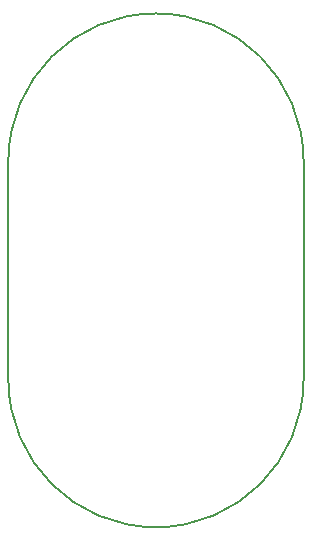
<source format=gm1>
G04 #@! TF.GenerationSoftware,KiCad,Pcbnew,5.0.2-bee76a0~70~ubuntu18.04.1*
G04 #@! TF.CreationDate,2019-04-03T21:22:13-07:00*
G04 #@! TF.ProjectId,sao-pin,73616f2d-7069-46e2-9e6b-696361645f70,rev?*
G04 #@! TF.SameCoordinates,Original*
G04 #@! TF.FileFunction,Profile,NP*
%FSLAX46Y46*%
G04 Gerber Fmt 4.6, Leading zero omitted, Abs format (unit mm)*
G04 Created by KiCad (PCBNEW 5.0.2-bee76a0~70~ubuntu18.04.1) date Wed 03 Apr 2019 09:22:13 PM PDT*
%MOMM*%
%LPD*%
G01*
G04 APERTURE LIST*
%ADD10C,0.150000*%
G04 APERTURE END LIST*
D10*
X156999998Y-118999999D02*
G75*
G02X132000002Y-119000001I-12499998J-1D01*
G01*
X157000000Y-100500000D02*
X157000000Y-119000000D01*
X132000000Y-100500000D02*
G75*
G02X157000000Y-100500000I12500000J0D01*
G01*
X132000000Y-119000000D02*
X132000000Y-100500000D01*
M02*

</source>
